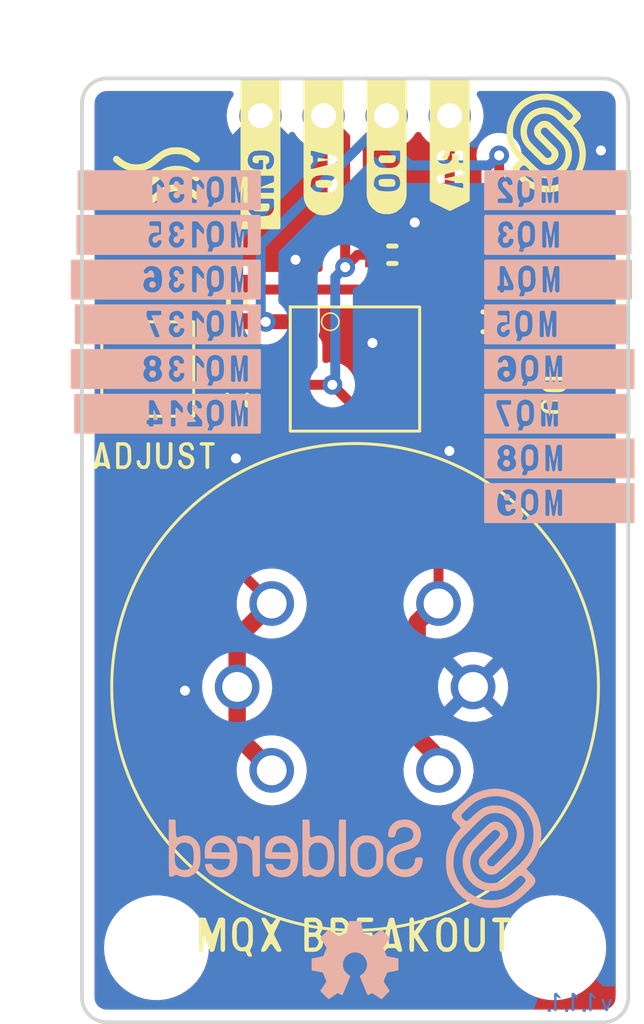
<source format=kicad_pcb>
(kicad_pcb (version 20210623) (generator pcbnew)
  (layers (0 "F.Cu" signal) (31 "B.Cu" signal) (34 "B.Paste" user) (35 "F.Paste" user) (36 "B.SilkS" user "B.Silkscreen") (37 "F.SilkS" user "F.Silkscreen") (38 "B.Mask" user) (39 "F.Mask" user) (44 "Edge.Cuts" user))
  (net 0 "")
  (net 1 "GND")
  (net 2 "5V")
  (net 3 "Net-(D1-Pad1)")
  (net 4 "D0")
  (net 5 "AO")
  (net 6 "POT")
  (footprint "e-radionica.com footprinti:0603R" (layer "F.Cu") (at 103.5 99.1 180)
    (fp_text reference "R1")
    (fp_text value "10k")
    (pad "1" smd rect locked (at -0.775 0 270) (size 1 0.64) (layers "F.Cu" "F.Paste" "F.Mask") (net 1 "GND"))
    (pad "2" smd rect locked (at 0.775 0 270) (size 1 0.64) (layers "F.Cu" "F.Paste" "F.Mask") (net 5 "AO"))
  )
  (footprint "buzzardLabel" (layer "F.Cu") (at 100.73 91.6 -90)
    (fp_text reference "" (at 0 0 90) (layer "F.SilkS") (effects (font (size 1.27 1.27))))
    (fp_text value "" (at 0 0 90) (layer "F.SilkS") (effects (font (size 1.27 1.27))))
  )
  (footprint "Soldered Graphics:Logo-Back-SolderedFULL-15mm" (layer "F.Cu") (at 102 123)
    (fp_text reference "REF**" hide)
    (fp_text value "Logo-Front-SolderedFULL-15mm" hide)
  )
  (footprint "e-radionica.com footprinti:MQ" (layer "F.Cu") (at 102 116.5)
    (fp_text reference "U1")
    (fp_text value "MQ-X")
    (pad "1" thru_hole circle locked (at -3.358757 -3.358757) (size 1.8 1.8) (drill 1.2) (layers *.Cu *.Mask) (net 2 "5V"))
    (pad "2" thru_hole circle locked (at -4.75 0) (size 1.8 1.8) (drill 1.2) (layers *.Cu *.Mask) (net 2 "5V"))
    (pad "3" thru_hole circle locked (at -3.358757 3.358757) (size 1.8 1.8) (drill 1.2) (layers *.Cu *.Mask) (net 2 "5V"))
    (pad "4" thru_hole circle locked (at 3.358757 3.358757) (size 1.8 1.8) (drill 1.2) (layers *.Cu *.Mask) (net 5 "AO"))
    (pad "5" thru_hole circle locked (at 4.75 0) (size 1.8 1.8) (drill 1.2) (layers *.Cu *.Mask) (net 1 "GND"))
    (pad "6" thru_hole circle locked (at 3.358757 -3.358757) (size 1.8 1.8) (drill 1.2) (layers *.Cu *.Mask) (net 5 "AO"))
  )
  (footprint "e-radionica.com footprinti:0402LED" (layer "F.Cu") (at 111.5 104.7625 -90)
    (fp_text reference "D1")
    (fp_text value "purple")
    (pad "1" smd rect locked (at -0.55 0) (size 0.75 0.45) (layers "F.Cu" "F.Paste" "F.Mask") (net 3 "Net-(D1-Pad1)"))
    (pad "2" smd rect locked (at 0.55 0) (size 0.75 0.45) (layers "F.Cu" "F.Paste" "F.Mask") (net 1 "GND"))
  )
  (footprint "e-radionica.com footprinti:FIDUCIAL_23" (layer "F.Cu") (at 102 122.6)
    (fp_text reference "FD1")
    (fp_text value "FIDUCIAL")
    (fp_circle (center 0 0) (end 1 0) (layer "F.Cu") (width 0.2) (fill none))
    (pad "1" smd circle (at 0 0) (size 1 1) (layers "F.Cu" "F.Paste" "F.Mask") (clearance 1.1))
  )
  (footprint "buzzardLabel" (layer "F.Cu") (at 105.81 91.6 -90)
    (fp_text reference "" (at 0 0 90) (layer "F.SilkS") (effects (font (size 1.27 1.27))))
    (fp_text value "" (at 0 0 90) (layer "F.SilkS") (effects (font (size 1.27 1.27))))
  )
  (footprint "buzzardLabel" (layer "F.Cu") (at 110 104.76 -90)
    (fp_text reference "" (at 0 0 90) (layer "F.SilkS") (effects (font (size 1.27 1.27))))
    (fp_text value "" (at 0 0 90) (layer "F.SilkS") (effects (font (size 1.27 1.27))))
  )
  (footprint "buzzardLabel" (layer "F.Cu") (at 103.27 91.6 -90)
    (fp_text reference "" (at 0 0 90) (layer "F.SilkS") (effects (font (size 1.27 1.27))))
    (fp_text value "" (at 0 0 90) (layer "F.SilkS") (effects (font (size 1.27 1.27))))
  )
  (footprint "e-radionica.com footprinti:tc33x-2-103e" (layer "F.Cu") (at 93.65 103.7)
    (fp_text reference "R2")
    (fp_text value "TC33X-2-103E")
    (pad "1" smd rect (at -1 1.8) (size 1.2 1.2) (layers "F.Cu" "F.Paste" "F.Mask") (net 2 "5V"))
    (pad "2" smd rect (at 0 -1.45) (size 1.6 1.5) (layers "F.Cu" "F.Paste" "F.Mask") (net 6 "POT"))
    (pad "3" smd rect (at 1 1.8) (size 1.2 1.2) (layers "F.Cu" "F.Paste" "F.Mask") (net 1 "GND"))
  )
  (footprint "Soldered Graphics:Symbol-Front-Air-Quality" (layer "F.Cu") (at 94 96)
    (fp_text reference "G***" hide)
    (fp_text value "LOGO" hide)
  )
  (footprint "e-radionica.com footprinti:0603C" (layer "F.Cu") (at 97.25 104.95 90)
    (fp_text reference "C1")
    (fp_text value "0.1uF")
    (pad "1" smd rect locked (at -0.73 0 90) (size 0.66 1) (layers "F.Cu" "F.Paste" "F.Mask") (net 1 "GND"))
    (pad "2" smd rect locked (at 0.73 0 90) (size 0.66 1) (layers "F.Cu" "F.Paste" "F.Mask") (net 5 "AO"))
  )
  (footprint "Soldered Graphics:Logo-Back-OSH-3.5mm" (layer "F.Cu") (at 102 127.5)
    (fp_text reference "G***" hide)
    (fp_text value "LOGO" hide)
  )
  (footprint "e-radionica.com footprinti:HOLE_3.2mm" (layer "F.Cu") (at 94 127)
    (fp_text reference "H2" hide)
    (fp_text value "HOLE_3.2mm" hide)
    (pad "" np_thru_hole circle locked (at 0 0) (size 3.2 3.2) (drill 3.2) (layers F&B.Cu *.Mask))
  )
  (footprint "e-radionica.com footprinti:0402R" (layer "F.Cu") (at 111.5 102.2 -90)
    (fp_text reference "R4")
    (fp_text value "2k2")
    (pad "1" smd rect locked (at -0.5 0) (size 0.64 0.54) (layers "F.Cu" "F.Paste" "F.Mask") (net 4 "D0"))
    (pad "2" smd rect locked (at 0.5 0) (size 0.64 0.54) (layers "F.Cu" "F.Paste" "F.Mask") (net 3 "Net-(D1-Pad1)"))
  )
  (footprint "buzzardLabel" (layer "F.Cu") (at 93.9 107.2)
    (fp_text reference "" (at 0 0) (layer "F.SilkS") (effects (font (size 1.27 1.27))))
    (fp_text value "" (at 0 0) (layer "F.SilkS") (effects (font (size 1.27 1.27))))
  )
  (footprint "e-radionica.com footprinti:HOLE_3.2mm" (layer "F.Cu") (at 110 127)
    (fp_text reference "H1" hide)
    (fp_text value "HOLE_3.2mm" hide)
    (pad "" np_thru_hole circle locked (at 0 0) (size 3.2 3.2) (drill 3.2) (layers F&B.Cu *.Mask))
  )
  (footprint "e-radionica.com footprinti:0603C" (layer "F.Cu") (at 107.35 101.8 180)
    (fp_text reference "C2")
    (fp_text value "0.1uF")
    (pad "1" smd rect locked (at -0.73 0 180) (size 0.66 1) (layers "F.Cu" "F.Paste" "F.Mask") (net 1 "GND"))
    (pad "2" smd rect locked (at 0.73 0 180) (size 0.66 1) (layers "F.Cu" "F.Paste" "F.Mask") (net 2 "5V"))
  )
  (footprint "Soldered Graphics:Logo-Front-Soldered-4mm" (layer "F.Cu") (at 109.7 94.6)
    (fp_text reference "G***" hide)
    (fp_text value "LOGO" hide)
  )
  (footprint "buzzardLabel" (layer "F.Cu") (at 102 126.5)
    (fp_text reference "" (at 0 0) (layer "F.SilkS") (effects (font (size 1.27 1.27))))
    (fp_text value "" (at 0 0) (layer "F.SilkS") (effects (font (size 1.27 1.27))))
  )
  (footprint "e-radionica.com footprinti:0603R" (layer "F.Cu") (at 97.25 101 90)
    (fp_text reference "R3")
    (fp_text value "10k")
    (pad "1" smd rect locked (at -0.775 0 180) (size 1 0.64) (layers "F.Cu" "F.Paste" "F.Mask") (net 4 "D0"))
    (pad "2" smd rect locked (at 0.775 0 180) (size 1 0.64) (layers "F.Cu" "F.Paste" "F.Mask") (net 2 "5V"))
  )
  (footprint "e-radionica.com footprinti:SOIC−8" (layer "F.Cu") (at 102 103.7)
    (fp_text reference "U2")
    (fp_text value "LM393")
    (pad "1" smd rect locked (at -2.7 -1.905) (size 1.55 0.6) (layers "F.Cu" "F.Paste" "F.Mask") (net 4 "D0"))
    (pad "2" smd rect locked (at -2.6 -0.635) (size 1.55 0.6) (layers "F.Cu" "F.Paste" "F.Mask") (net 6 "POT"))
    (pad "3" smd rect locked (at -2.6 0.635) (size 1.55 0.6) (layers "F.Cu" "F.Paste" "F.Mask") (net 5 "AO"))
    (pad "4" smd rect locked (at -2.6 1.905) (size 1.55 0.6) (layers "F.Cu" "F.Paste" "F.Mask") (net 1 "GND"))
    (pad "5" smd rect locked (at 2.6 1.905) (size 1.55 0.6) (layers "F.Cu" "F.Paste" "F.Mask"))
    (pad "6" smd rect locked (at 2.6 0.635) (size 1.55 0.6) (layers "F.Cu" "F.Paste" "F.Mask"))
    (pad "7" smd rect locked (at 2.6 -0.635) (size 1.55 0.6) (layers "F.Cu" "F.Paste" "F.Mask"))
    (pad "8" smd rect locked (at 2.6 -1.905) (size 1.55 0.6) (layers "F.Cu" "F.Paste" "F.Mask") (net 2 "5V"))
  )
  (footprint "buzzardLabel" (layer "F.Cu") (at 98.19 91.6 -90)
    (fp_text reference "" (at 0 0 90) (layer "F.SilkS") (effects (font (size 1.27 1.27))))
    (fp_text value "" (at 0 0 90) (layer "F.SilkS") (effects (font (size 1.27 1.27))))
  )
  (footprint "buzzardLabel" (layer "B.Cu") (at 98.6 96.5 180)
    (fp_text reference "" (at 0 0) (layer "B.SilkS") (effects (font (size 1.27 1.27)) (justify mirror)))
    (fp_text value "" (at 0 0) (layer "B.SilkS") (effects (font (size 1.27 1.27)) (justify mirror)))
  )
  (footprint "buzzardLabel" (layer "B.Cu") (at 106.8 98.3 180)
    (fp_text reference "" (at 0 0) (layer "B.SilkS") (effects (font (size 1.27 1.27)) (justify mirror)))
    (fp_text value "" (at 0 0) (layer "B.SilkS") (effects (font (size 1.27 1.27)) (justify mirror)))
  )
  (footprint "buzzardLabel" (layer "B.Cu") (at 106.8 109.1 180)
    (fp_text reference "" (at 0 0) (layer "B.SilkS") (effects (font (size 1.27 1.27)) (justify mirror)))
    (fp_text value "" (at 0 0) (layer "B.SilkS") (effects (font (size 1.27 1.27)) (justify mirror)))
  )
  (footprint "buzzardLabel" (layer "B.Cu") (at 106.8 107.3 180)
    (fp_text reference "" (at 0 0) (layer "B.SilkS") (effects (font (size 1.27 1.27)) (justify mirror)))
    (fp_text value "" (at 0 0) (layer "B.SilkS") (effects (font (size 1.27 1.27)) (justify mirror)))
  )
  (footprint "buzzardLabel" (layer "B.Cu") (at 98.6 103.7 180)
    (fp_text reference "" (at 0 0) (layer "B.SilkS") (effects (font (size 1.27 1.27)) (justify mirror)))
    (fp_text value "" (at 0 0) (layer "B.SilkS") (effects (font (size 1.27 1.27)) (justify mirror)))
  )
  (footprint "buzzardLabel" (layer "B.Cu") (at 106.8 103.7 180)
    (fp_text reference "" (at 0 0) (layer "B.SilkS") (effects (font (size 1.27 1.27)) (justify mirror)))
    (fp_text value "" (at 0 0) (layer "B.SilkS") (effects (font (size 1.27 1.27)) (justify mirror)))
  )
  (footprint "buzzardLabel" (layer "B.Cu") (at 98.6 100.1 180)
    (fp_text reference "" (at 0 0) (layer "B.SilkS") (effects (font (size 1.27 1.27)) (justify mirror)))
    (fp_text value "" (at 0 0) (layer "B.SilkS") (effects (font (size 1.27 1.27)) (justify mirror)))
  )
  (footprint "buzzardLabel" (layer "B.Cu") (at 106.8 96.5 180)
    (fp_text reference "" (at 0 0) (layer "B.SilkS") (effects (font (size 1.27 1.27)) (justify mirror)))
    (fp_text value "" (at 0 0) (layer "B.SilkS") (effects (font (size 1.27 1.27)) (justify mirror)))
  )
  (footprint "buzzardLabel" (layer "B.Cu") (at 106.8 105.5 180)
    (fp_text reference "" (at 0 0) (layer "B.SilkS") (effects (font (size 1.27 1.27)) (justify mirror)))
    (fp_text value "" (at 0 0) (layer "B.SilkS") (effects (font (size 1.27 1.27)) (justify mirror)))
  )
  (footprint "Soldered Graphics:Version1.1.1." (layer "B.Cu") (at 111 129.2 180)
    (fp_text reference "REF**" hide)
    (fp_text value "Version1.1.1." hide)
    (fp_poly (pts (xy 0.21 -0.35) (xy 0.26 -0.35) (xy 0.28 -0.31) (xy 0.28 0.35) (xy 0.24 0.38) (xy 0.19 0.38) (xy 0.15 0.34) (xy 0.04 0.22) (xy 0.02 0.17) (xy 0.05 0.16) (xy 0.14 0.22) (xy 0.18 0.23) (xy 0.18 -0.31) (xy 0.21 -0.35)) (layer "B.Cu") (width 0.01) (fill solid))
    (fp_poly (pts (xy 0.91 -0.35) (xy 0.96 -0.35) (xy 0.98 -0.31) (xy 0.98 0.35) (xy 0.95 0.38) (xy 0.89 0.38) (xy 0.86 0.34) (xy 0.74 0.22) (xy 0.73 0.17) (xy 0.76 0.16) (xy 0.85 0.22) (xy 0.89 0.23) (xy 0.89 -0.31) (xy 0.91 -0.35)) (layer "B.Cu") (width 0.01) (fill solid))
    (fp_poly (pts (xy 1.14 -0.38) (xy 1.19 -0.38) (xy 1.24 -0.37) (xy 1.25 -0.33) (xy 1.25 -0.27) (xy 1.2 -0.26) (xy 1.15 -0.26) (xy 1.12 -0.29) (xy 1.12 -0.34) (xy 1.14 -0.38)) (layer "B.Cu") (width 0.01) (fill solid))
    (fp_poly (pts (xy 0.43 -0.38) (xy 0.48 -0.38) (xy 0.54 -0.37) (xy 0.54 -0.33) (xy 0.54 -0.27) (xy 0.5 -0.26) (xy 0.45 -0.26) (xy 0.42 -0.29) (xy 0.42 -0.34) (xy 0.43 -0.38)) (layer "B.Cu") (width 0.01) (fill solid))
    (fp_poly (pts (xy -1.15 -0.35) (xy -1.1 -0.35) (xy -1.07 -0.31) (xy -0.92 0.1) (xy -0.94 0.13) (xy -0.99 0.13) (xy -1.02 0.1) (xy -1.11 -0.16) (xy -1.13 -0.21) (xy -1.15 -0.17) (xy -1.24 0.09) (xy -1.26 0.13) (xy -1.32 0.13) (xy -1.34 0.1) (xy -1.18 -0.31) (xy -1.15 -0.35)) (layer "B.Cu") (width 0.01) (fill solid))
    (fp_poly (pts (xy -0.27 -0.38) (xy -0.22 -0.38) (xy -0.17 -0.37) (xy -0.16 -0.33) (xy -0.16 -0.27) (xy -0.21 -0.26) (xy -0.26 -0.26) (xy -0.29 -0.29) (xy -0.29 -0.34) (xy -0.27 -0.38)) (layer "B.Cu") (width 0.01) (fill solid))
    (fp_poly (pts (xy -0.5 -0.35) (xy -0.44 -0.35) (xy -0.43 -0.31) (xy -0.43 0.35) (xy -0.46 0.38) (xy -0.52 0.38) (xy -0.55 0.34) (xy -0.67 0.22) (xy -0.68 0.17) (xy -0.65 0.16) (xy -0.56 0.22) (xy -0.52 0.23) (xy -0.52 -0.31) (xy -0.5 -0.35)) (layer "B.Cu") (width 0.01) (fill solid))
  )
  (footprint "buzzardLabel" (layer "B.Cu") (at 106.8 100.1 180)
    (fp_text reference "" (at 0 0) (layer "B.SilkS") (effects (font (size 1.27 1.27)) (justify mirror)))
    (fp_text value "" (at 0 0) (layer "B.SilkS") (effects (font (size 1.27 1.27)) (justify mirror)))
  )
  (footprint "buzzardLabel" (layer "B.Cu") (at 106.8 101.9 180)
    (fp_text reference "" (at 0 0) (layer "B.SilkS") (effects (font (size 1.27 1.27)) (justify mirror)))
    (fp_text value "" (at 0 0) (layer "B.SilkS") (effects (font (size 1.27 1.27)) (justify mirror)))
  )
  (footprint "e-radionica.com footprinti:HEADER_MALE_4X1" (layer "B.Cu") (at 102 93.5)
    (fp_text reference "K1")
    (fp_text value "HEADER_MALE_4X1")
    (pad "1" thru_hole circle locked (at -3.81 0) (size 1.7 1.7) (drill 1) (layers *.Cu *.Mask) (net 1 "GND"))
    (pad "2" thru_hole circle locked (at -1.27 0) (size 1.7 1.7) (drill 1) (layers *.Cu *.Mask) (net 5 "AO"))
    (pad "3" thru_hole circle locked (at 1.27 0) (size 1.7 1.7) (drill 1) (layers *.Cu *.Mask) (net 4 "D0"))
    (pad "4" thru_hole circle locked (at 3.81 0) (size 1.7 1.7) (drill 1) (layers *.Cu *.Mask) (net 2 "5V"))
  )
  (footprint "buzzardLabel" (layer "B.Cu") (at 98.6 98.3 180)
    (fp_text reference "" (at 0 0) (layer "B.SilkS") (effects (font (size 1.27 1.27)) (justify mirror)))
    (fp_text value "" (at 0 0) (layer "B.SilkS") (effects (font (size 1.27 1.27)) (justify mirror)))
  )
  (footprint "buzzardLabel" (layer "B.Cu") (at 98.6 105.5 180)
    (fp_text reference "" (at 0 0) (layer "B.SilkS") (effects (font (size 1.27 1.27)) (justify mirror)))
    (fp_text value "" (at 0 0) (layer "B.SilkS") (effects (font (size 1.27 1.27)) (justify mirror)))
  )
  (footprint "buzzardLabel" (layer "B.Cu") (at 98.6 101.9 180)
    (fp_text reference "" (at 0 0) (layer "B.SilkS") (effects (font (size 1.27 1.27)) (justify mirror)))
    (fp_text value "" (at 0 0) (layer "B.SilkS") (effects (font (size 1.27 1.27)) (justify mirror)))
  )
  (gr_arc (start 92 129.000003) (end 91 129) (angle -90) (layer "Edge.Cuts") (width 0.15))
  (gr_line (start 92 130) (end 112 130) (layer "Edge.Cuts") (width 0.15))
  (gr_line (start 91 93) (end 91 129) (layer "Edge.Cuts") (width 0.15))
  (gr_arc (start 112 92.999997) (end 113 93) (angle -90) (layer "Edge.Cuts") (width 0.15))
  (gr_arc (start 91.999997 93) (end 92 92) (angle -90) (layer "Edge.Cuts") (width 0.15))
  (gr_arc (start 112.000003 128.999999) (end 112 129.999997) (angle -90) (layer "Edge.Cuts") (width 0.15))
  (gr_line (start 112 92) (end 92 92) (layer "Edge.Cuts") (width 0.15))
  (gr_line (start 113 129) (end 113 93) (layer "Edge.Cuts") (width 0.15))
  (via (at 97.2 107.3) (size 0.8) (drill 0.4) (layers "F.Cu" "B.Cu") (net 1))
  (via (at 105.8 107) (size 0.8) (drill 0.4) (layers "F.Cu" "B.Cu") (net 1))
  (via (at 111.9 94.9) (size 0.8) (drill 0.4) (layers "F.Cu" "B.Cu") (net 1))
  (via (at 95.15 116.65) (size 0.8) (drill 0.4) (layers "F.Cu" "B.Cu") (net 1))
  (via (at 99.6 99.3) (size 0.8) (drill 0.4) (layers "F.Cu" "B.Cu") (net 1))
  (via (at 104.4 97.8) (size 0.8) (drill 0.4) (layers "F.Cu" "B.Cu") (net 1))
  (via (at 102.7 102.65) (size 0.8) (drill 0.4) (layers "F.Cu" "B.Cu") (net 1))
  (segment (start 92.825 100.225) (end 92.4 100.65) (width 0.4) (layer "F.Cu") (net 2))
  (segment (start 98.641243 113.141243) (end 97.25 114.532486) (width 0.7) (layer "F.Cu") (net 2))
  (segment (start 105.81 100.585) (end 104.6 101.795) (width 0.4) (layer "F.Cu") (net 2))
  (segment (start 105.81 93.5) (end 105.81 100.585) (width 0.4) (layer "F.Cu") (net 2))
  (segment (start 97.25 100.225) (end 92.825 100.225) (width 0.4) (layer "F.Cu") (net 2))
  (segment (start 92.65 107.15) (end 98.641243 113.141243) (width 0.4) (layer "F.Cu") (net 2))
  (segment (start 97.25 100.225) (end 97.525 100.5) (width 0.4) (layer "F.Cu") (net 2))
  (segment (start 92.4 105.25) (end 92.65 105.5) (width 0.4) (layer "F.Cu") (net 2))
  (segment (start 92.65 105.5) (end 92.65 107.15) (width 0.4) (layer "F.Cu") (net 2))
  (segment (start 104.605 101.8) (end 104.6 101.795) (width 0.4) (layer "F.Cu") (net 2))
  (segment (start 106.62 101.8) (end 104.605 101.8) (width 0.4) (layer "F.Cu") (net 2))
  (segment (start 92.4 100.65) (end 92.4 105.25) (width 0.4) (layer "F.Cu") (net 2))
  (segment (start 97.25 114.532486) (end 97.25 118.467514) (width 0.7) (layer "F.Cu") (net 2))
  (segment (start 97.525 100.5) (end 103.305 100.5) (width 0.4) (layer "F.Cu") (net 2))
  (segment (start 97.25 118.467514) (end 98.641243 119.858757) (width 0.7) (layer "F.Cu") (net 2))
  (segment (start 103.305 100.5) (end 104.6 101.795) (width 0.4) (layer "F.Cu") (net 2))
  (segment (start 111.5 104.2125) (end 111.5 102.7) (width 0.4) (layer "F.Cu") (net 3))
  (segment (start 107.8 98) (end 111.5 101.7) (width 0.4) (layer "F.Cu") (net 4))
  (segment (start 98.4 101.8) (end 98.375 101.775) (width 0.4) (layer "F.Cu") (net 4))
  (segment (start 98.375 101.775) (end 97.25 101.775) (width 0.4) (layer "F.Cu") (net 4))
  (segment (start 97.27 101.795) (end 97.25 101.775) (width 0.4) (layer "F.Cu") (net 4))
  (segment (start 99.3 101.795) (end 97.27 101.795) (width 0.4) (layer "F.Cu") (net 4))
  (segment (start 107.8 95.1) (end 107.8 98) (width 0.4) (layer "F.Cu") (net 4))
  (via (at 107.8 95.1) (size 0.8) (drill 0.4) (layers "F.Cu" "B.Cu") (net 4))
  (via (at 98.4 101.8) (size 0.8) (drill 0.4) (layers "F.Cu" "B.Cu") (net 4))
  (segment (start 103.27 94.57) (end 103.27 93.5) (width 0.4) (layer "B.Cu") (net 4))
  (segment (start 107.4 95.5) (end 104.2 95.5) (width 0.4) (layer "B.Cu") (net 4))
  (segment (start 98.2 98.7) (end 103.27 93.63) (width 0.4) (layer "B.Cu") (net 4))
  (segment (start 107.8 95.1) (end 107.4 95.5) (width 0.4) (layer "B.Cu") (net 4))
  (segment (start 104.2 95.5) (end 103.27 94.57) (width 0.4) (layer "B.Cu") (net 4))
  (segment (start 103.27 93.63) (end 103.27 93.5) (width 0.4) (layer "B.Cu") (net 4))
  (segment (start 98.4 101.8) (end 98.2 101.6) (width 0.4) (layer "B.Cu") (net 4))
  (segment (start 98.2 101.6) (end 98.2 98.7) (width 0.4) (layer "B.Cu") (net 4))
  (segment (start 105.3 113.1) (end 104.5 113.9) (width 0.7) (layer "F.Cu") (net 5))
  (segment (start 101.6 99.6) (end 101.6 94.37) (width 0.4) (layer "F.Cu") (net 5))
  (segment (start 105.358757 113.041243) (end 105.358757 108.608757) (width 0.4) (layer "F.Cu") (net 5))
  (segment (start 101.6 94.37) (end 100.73 93.5) (width 0.4) (layer "F.Cu") (net 5))
  (segment (start 104.5 118.5) (end 105.358757 119.358757) (width 0.7) (layer "F.Cu") (net 5))
  (segment (start 104.5 113.9) (end 104.5 118.5) (width 0.7) (layer "F.Cu") (net 5))
  (segment (start 102.1 99.1) (end 102.725 99.1) (width 0.4) (layer "F.Cu") (net 5))
  (segment (start 101.6 99.6) (end 102.1 99.1) (width 0.4) (layer "F.Cu") (net 5))
  (segment (start 105.3 113.1) (end 105.358757 113.041243) (width 0.4) (layer "F.Cu") (net 5))
  (segment (start 105.358757 108.608757) (end 101.085 104.335) (width 0.4) (layer "F.Cu") (net 5))
  (segment (start 97.365 104.335) (end 97.25 104.22) (width 0.4) (layer "F.Cu") (net 5))
  (segment (start 99.4 104.335) (end 101.085 104.335) (width 0.4) (layer "F.Cu") (net 5))
  (segment (start 99.4 104.335) (end 97.365 104.335) (width 0.4) (layer "F.Cu") (net 5))
  (via (at 101.085 104.335) (size 0.8) (drill 0.4) (layers "F.Cu" "B.Cu") (net 5))
  (via (at 101.6 99.6) (size 0.8) (drill 0.4) (layers "F.Cu" "B.Cu") (net 5))
  (segment (start 101.6 99.6) (end 101.2 100) (width 0.4) (layer "B.Cu") (net 5))
  (segment (start 101.2 100) (end 101.2 104.22) (width 0.4) (layer "B.Cu") (net 5))
  (segment (start 101.2 104.22) (end 101.085 104.335) (width 0.4) (layer "B.Cu") (net 5))
  (segment (start 99.4 103.065) (end 95.865 103.065) (width 0.4) (layer "F.Cu") (net 6))
  (segment (start 95.05 102.25) (end 93.65 102.25) (width 0.4) (layer "F.Cu") (net 6))
  (segment (start 95.865 103.065) (end 95.05 102.25) (width 0.4) (layer "F.Cu") (net 6))
  (zone (net 1) (net_name "GND") (layer "F.Cu") (connect_pads (clearance 0.508)) (min_thickness 0.254) (fill yes (thermal_gap 0.508) (thermal_bridge_width 0.508))
    (polygon (pts (xy 113 130) (xy 91 130) (xy 91 92) (xy 113 92)))
  )
  (zone (net 1) (net_name "GND") (layer "B.Cu") (connect_pads (clearance 0.508)) (min_thickness 0.254) (fill yes (thermal_gap 0.508) (thermal_bridge_width 0.508))
    (polygon (pts (xy 113 130) (xy 91 130) (xy 91 92) (xy 113 92)))
  )
)
</source>
